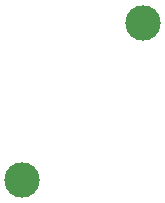
<source format=gbr>
%TF.GenerationSoftware,KiCad,Pcbnew,(6.0.6)*%
%TF.CreationDate,2022-09-22T21:47:13+08:00*%
%TF.ProjectId,Stealthburner_Toolhead_PCB,53746561-6c74-4686-9275-726e65725f54,rev?*%
%TF.SameCoordinates,Original*%
%TF.FileFunction,NonPlated,1,6,NPTH,Drill*%
%TF.FilePolarity,Positive*%
%FSLAX46Y46*%
G04 Gerber Fmt 4.6, Leading zero omitted, Abs format (unit mm)*
G04 Created by KiCad (PCBNEW (6.0.6)) date 2022-09-22 21:47:13*
%MOMM*%
%LPD*%
G01*
G04 APERTURE LIST*
%TA.AperFunction,ComponentDrill*%
%ADD10C,3.000000*%
%TD*%
G04 APERTURE END LIST*
D10*
%TO.C,J9*%
X133451600Y-118561600D03*
%TO.C,J1*%
X143766000Y-105206800D03*
M02*

</source>
